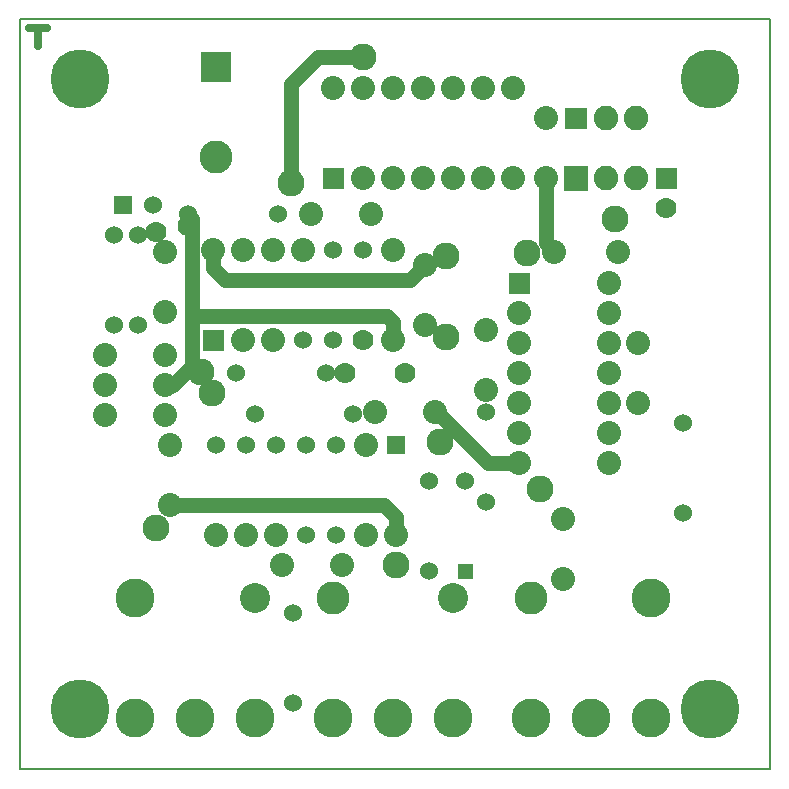
<source format=gtl>
G04 start of page 2 for group 0 idx 0 *
G04 Title: (unknown), top *
G04 Creator: pcb 4.0.2 *
G04 CreationDate: Mon Dec  4 09:33:05 2017 UTC *
G04 For: janik *
G04 Format: Gerber/RS-274X *
G04 PCB-Dimensions (mm): 63.50 63.50 *
G04 PCB-Coordinate-Origin: lower left *
%MOMM*%
%FSLAX43Y43*%
%LNGTL*%
%ADD30C,1.067*%
%ADD29C,0.965*%
%ADD28C,1.397*%
%ADD27C,0.508*%
%ADD26C,0.711*%
%ADD25C,0.889*%
%ADD24C,3.000*%
%ADD23C,2.286*%
%ADD22C,5.000*%
%ADD21C,2.540*%
%ADD20C,2.083*%
%ADD19C,2.794*%
%ADD18C,3.302*%
%ADD17C,1.778*%
%ADD16C,1.524*%
%ADD15C,0.002*%
%ADD14C,2.032*%
%ADD13C,0.635*%
%ADD12C,1.270*%
%ADD11C,0.152*%
G54D11*X0Y63500D02*Y0D01*
X63500D01*
Y63500D01*
X0D01*
G54D12*X14605Y45974D02*Y34163D01*
X14224Y46990D02*X14605Y46609D01*
Y46101D01*
G54D13*X1524Y62738D02*Y61214D01*
G54D12*X12319Y32512D02*X12954D01*
G54D13*X762Y62738D02*X2286D01*
G54D12*X12954Y32512D02*X14605Y34163D01*
X12700Y22352D02*X30861D01*
X31877Y21336D01*
Y19812D01*
X31623Y36322D02*Y37846D01*
X35306Y30226D02*X39624Y25908D01*
X42291D01*
X35179Y30226D02*X35306D01*
X17399Y41402D02*X16383Y42418D01*
Y43942D01*
X33020Y41402D02*X17399D01*
X31623Y37846D02*X31115Y38354D01*
X14605D01*
X22987Y49657D02*Y58039D01*
X25273Y60325D01*
X29083D01*
X34290Y42672D02*X33020Y41402D01*
X45212Y43942D02*X44577Y44577D01*
Y50038D01*
G54D14*X52324Y30988D03*
Y36068D03*
X49911Y30988D03*
Y33528D03*
Y36068D03*
Y38608D03*
X50673Y43815D03*
X49911Y41148D03*
X45212Y43815D03*
G54D15*G36*
X41402Y42037D02*Y40259D01*
X43180D01*
Y42037D01*
X41402D01*
G37*
G54D14*X42291Y38608D03*
Y36068D03*
Y33528D03*
Y30988D03*
X39497Y37211D03*
G54D16*Y22606D03*
X37719Y24384D03*
X34671D03*
G54D15*G36*
X31115Y28194D02*Y26670D01*
X32639D01*
Y28194D01*
X31115D01*
G37*
G54D17*X32639Y33528D03*
G54D14*X35179Y30226D03*
G54D15*G36*
X25654Y50927D02*Y49149D01*
X27432D01*
Y50927D01*
X25654D01*
G37*
G54D14*X29083Y50038D03*
X31623D03*
X34163D03*
X36703D03*
X39243D03*
G54D16*X56134Y29337D03*
Y21717D03*
G54D14*X45974Y21209D03*
Y16129D03*
G54D18*X53467Y4318D03*
X48387D03*
X43307D03*
X53467Y14478D03*
G54D19*X43307D03*
G54D14*X42291Y28448D03*
Y25908D03*
X49911D03*
Y28448D03*
G54D15*G36*
X53848Y50927D02*Y49149D01*
X55626D01*
Y50927D01*
X53848D01*
G37*
G54D20*X49657Y50038D03*
X52197D03*
G54D17*X54737Y47498D03*
G54D15*G36*
X46203Y56032D02*Y54204D01*
X48031D01*
Y56032D01*
X46203D01*
G37*
G54D20*X49657Y55118D03*
X52197D03*
G54D15*G36*
X46076Y51079D02*Y48997D01*
X48158D01*
Y51079D01*
X46076D01*
G37*
G54D14*X44577Y55118D03*
Y50038D03*
X41783D03*
Y57658D03*
X39243D03*
X36703D03*
X34163D03*
X31623D03*
X29083D03*
X26543D03*
X24003Y43942D03*
X21463D03*
X18923D03*
X16383D03*
G54D15*G36*
X8001Y48514D02*Y46990D01*
X9525D01*
Y48514D01*
X8001D01*
G37*
G54D16*X11303Y47752D03*
X8001Y45212D03*
X10033D03*
X14224Y46990D03*
G54D15*G36*
X15367Y60706D02*Y58166D01*
X17907D01*
Y60706D01*
X15367D01*
G37*
G54D19*X16637Y51816D03*
G54D14*X12319Y43815D03*
G54D16*X21844Y46990D03*
X24003Y36322D03*
X26543D03*
G54D17*X29083D03*
G54D14*X31623D03*
Y43942D03*
G54D16*X29083D03*
G54D14*X29718Y46990D03*
G54D16*X26543Y43942D03*
G54D14*X24638Y46990D03*
X34290Y42672D03*
Y37592D03*
G54D15*G36*
X15494Y37211D02*Y35433D01*
X17272D01*
Y37211D01*
X15494D01*
G37*
G54D14*X18923Y36322D03*
X21463D03*
X12700Y22352D03*
Y27432D03*
X12319Y32512D03*
Y35052D03*
G54D16*X8001Y37592D03*
X10033D03*
G54D14*X7239Y35052D03*
Y32512D03*
Y29972D03*
X12319Y38735D03*
G54D15*G36*
X37084Y17399D02*Y16129D01*
X38354D01*
Y17399D01*
X37084D01*
G37*
G54D16*X34671Y16764D03*
G54D21*X36703Y14478D03*
G54D18*Y4318D03*
X31623D03*
X19939D03*
X14859D03*
X9779D03*
X26543D03*
G54D19*Y14478D03*
G54D21*X19939D03*
G54D18*X9779D03*
G54D16*X23114Y13208D03*
Y5588D03*
G54D14*X22225Y17272D03*
X27305D03*
X39497Y32131D03*
G54D16*Y30226D03*
G54D14*X30099D03*
X29337Y27432D03*
G54D16*X24257Y19812D03*
X26797D03*
G54D14*X29337D03*
X31877D03*
G54D16*X28194Y30099D03*
X26797Y27432D03*
G54D17*X27559Y33528D03*
G54D16*X24257Y27432D03*
X21717D03*
X19177D03*
X16637D03*
G54D14*Y19812D03*
X19177D03*
X21717D03*
X12319Y29972D03*
G54D16*X18288Y33528D03*
X25908D03*
X19939Y30099D03*
G54D22*X5080Y5080D03*
X58420D03*
G54D23*X44069Y23749D03*
X35560Y27686D03*
X36068Y36576D03*
X16256Y31877D03*
X15367Y33655D03*
X31877Y17272D03*
G54D22*X58420Y58420D03*
G54D23*X36068Y43434D03*
X42926Y43688D03*
X50419Y46609D03*
X29083Y60325D03*
X22987Y49657D03*
G54D22*X5080Y58420D03*
G54D17*X11557Y45466D03*
X14224Y45974D03*
G54D23*X11557Y20447D03*
G54D24*G54D25*G54D24*G54D25*G54D24*G54D25*G54D26*G54D25*G54D26*G54D25*G54D26*G54D25*G54D26*G54D27*G54D26*G54D25*G54D26*G54D25*G54D28*G54D26*G54D29*G54D30*G54D29*G54D30*G54D25*G54D26*G54D29*G54D26*G54D12*G54D25*G54D26*G54D25*G54D26*G54D25*G54D26*G54D25*G54D29*G54D26*G54D25*G54D27*G54D26*G54D28*G54D26*G54D25*G54D26*G54D25*G54D26*G54D25*G54D26*G54D25*G54D26*M02*

</source>
